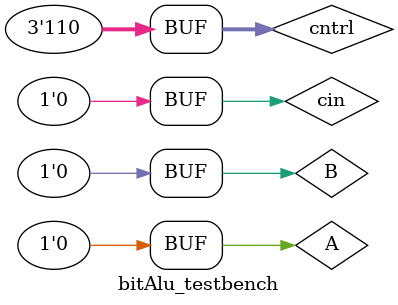
<source format=sv>
`timescale 1ns/10ps
module bitAlu(A, B, cntrl, cin, cout, out);
	input logic A, B;
	input logic [2:0] cntrl;
	input logic cin;
	output logic cout;
	output logic out;
	
	//logic addsubout, andout, orout, xorout, passB; //tmp var for add/sub module to pass into mux
	logic [5:0] tmps;
	
	fullAdder fa(.A(A), .B(B), .cin(cin), .sum(tmps[1]), .cout(cout), .sub(cntrl[0]));
	and #0.05 a(tmps[3], A, B); 
	or #0.05 b(tmps[4], A, B);
	xor #0.05 c(tmps[5], A, B);
	assign tmps[0] = B;
	assign tmps[2] = tmps[1];
	//{xorout, andout, addsubout, addsubout, orout, passB}
	mux_6to1 d(.out(out), .din(tmps), .sel(cntrl));

endmodule 

module bitAlu_testbench;
   logic A, B;
	logic [2:0] cntrl;
	logic cin;
	logic cout;
	logic out;

   parameter delay = 10;

   integer i;
   initial begin
		A = 1'b1; B = 1'b1; cin = 0; cntrl = 3'b000; #(delay);//passb cout=x, out=0;
		A = 1'b1; B = 1'b0; cin = 1; cntrl = 3'b000; #(delay);//passb cout=x, out=0;
		
		A = 1'b1; B = 1'b1; cin = 0; cntrl = 3'b010; #(delay);//add cout=1, out=0;
		A = 1'b0; B = 1'b1; cin = 0; cntrl = 3'b010; #(delay);//add cout=0, out=1;
		A = 1'b1; B = 1'b1; cin = 1; cntrl = 3'b010; #(delay);//add cout=1, out=1;
		
		A = 1'b1; B = 1'b1; cin = 0; cntrl = 3'b011; #(delay);//sub cout=0, out=1;
		A = 1'b0; B = 1'b1; cin = 0; cntrl = 3'b011; #(delay);//sub cout=0, out=0;
		A = 1'b1; B = 1'b0; cin = 1; cntrl = 3'b011; #(delay);//sub cout=1, out=0;
		
		A = 1'b1; B = 1'b1; cin = 1; cntrl = 3'b100; #(delay);//and cout=x, out=1;
		A = 1'b1; B = 1'b0; cin = 0; cntrl = 3'b100; #(delay);//and cout=x, out=0;
		A = 1'b0; B = 1'b0; cin = 0; cntrl = 3'b100; #(delay);//and cout=x, out=0;

		A = 1'b1; B = 1'b1; cin = 1; cntrl = 3'b101; #(delay);//or cout=x, out=1;
		A = 1'b0; B = 1'b1; cin = 0; cntrl = 3'b101; #(delay);//or cout=x, out=1;
		A = 1'b0; B = 1'b0; cin = 0; cntrl = 3'b101; #(delay);//or cout=x, out=0;
		
		A = 1'b1; B = 1'b1; cin = 1; cntrl = 3'b110; #(delay);//xor cout=x, out=0;
		A = 1'b0; B = 1'b1; cin = 0; cntrl = 3'b110; #(delay);//xor cout=x, out=1;
		A = 1'b0; B = 1'b0; cin = 0; cntrl = 3'b110; #(delay);//xor cout=x, out=0;
   end

   bitAlu dut (.A, .B, .cntrl, .cin, .cout, .out);
endmodule

</source>
